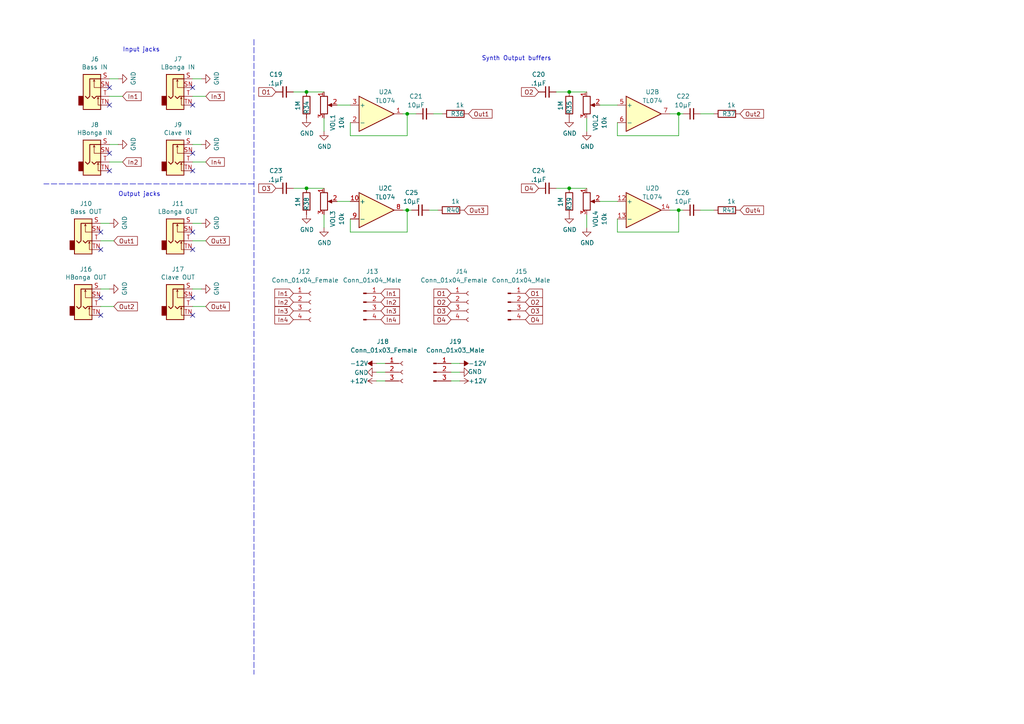
<source format=kicad_sch>
(kicad_sch (version 20211123) (generator eeschema)
  (paper "A4")
  (lib_symbols
    (symbol "Amplifier_Operational:TL074" (pin_names (offset 0.127))
      (property "Reference" "U" (at 0 5.08 0))
      (property "Value" "TL074" (at 0 -5.08 0))
      (symbol "TL074_1_1"
        (polyline (pts (xy -5.08 5.08) (xy 5.08 0) (xy -5.08 -5.08) (xy -5.08 5.08)) (stroke (width 0.254)) (fill (type background)))
        (pin output line (at 7.62 0 180) (length 2.54) (name "~") (number "1"))
        (pin input line (at -7.62 -2.54 0) (length 2.54) (name "-") (number "2"))
        (pin input line (at -7.62 2.54 0) (length 2.54) (name "+") (number "3"))
      )
      (symbol "TL074_2_1"
        (polyline (pts (xy -5.08 5.08) (xy 5.08 0) (xy -5.08 -5.08) (xy -5.08 5.08)) (stroke (width 0.254)) (fill (type background)))
        (pin input line (at -7.62 2.54 0) (length 2.54) (name "+") (number "5"))
        (pin input line (at -7.62 -2.54 0) (length 2.54) (name "-") (number "6"))
        (pin output line (at 7.62 0 180) (length 2.54) (name "~") (number "7"))
      )
      (symbol "TL074_3_1"
        (polyline (pts (xy -5.08 5.08) (xy 5.08 0) (xy -5.08 -5.08) (xy -5.08 5.08)) (stroke (width 0.254)) (fill (type background)))
        (pin input line (at -7.62 2.54 0) (length 2.54) (name "+") (number "10"))
        (pin output line (at 7.62 0 180) (length 2.54) (name "~") (number "8"))
        (pin input line (at -7.62 -2.54 0) (length 2.54) (name "-") (number "9"))
      )
      (symbol "TL074_4_1"
        (polyline (pts (xy -5.08 5.08) (xy 5.08 0) (xy -5.08 -5.08) (xy -5.08 5.08)) (stroke (width 0.254)) (fill (type background)))
        (pin input line (at -7.62 2.54 0) (length 2.54) (name "+") (number "12"))
        (pin input line (at -7.62 -2.54 0) (length 2.54) (name "-") (number "13"))
        (pin output line (at 7.62 0 180) (length 2.54) (name "~") (number "14"))
      )
      (symbol "TL074_5_1"
        (pin power_in line (at -2.54 -7.62 90) (length 3.81) (name "V-") (number "11"))
        (pin power_in line (at -2.54 7.62 270) (length 3.81) (name "V+") (number "4"))
      )
    )
    (symbol "Connector:AudioJack2_Switch"
      (property "Reference" "J" (at 0 11.43 0))
      (property "Value" "AudioJack2_Switch" (at 0 8.89 0))
      (symbol "AudioJack2_Switch_0_1"
        (rectangle (start -2.54 0) (end -3.81 -2.54) (stroke (width 0.254)) (fill (type outline)))
        (rectangle (start 2.54 6.35) (end -2.54 -3.81) (stroke (width 0.254)) (fill (type background)))
      )
      (symbol "AudioJack2_Switch_1_1"
        (polyline (pts (xy 0.635 4.826) (xy 0.889 4.318)))
        (polyline (pts (xy 1.778 -0.254) (xy 2.032 -0.762)))
        (polyline (pts (xy 0 0) (xy 0.635 -0.635) (xy 1.27 0) (xy 2.54 0)) (stroke (width 0.254)))
        (polyline (pts (xy 2.54 -2.54) (xy 1.778 -2.54) (xy 1.778 -0.254) (xy 1.524 -0.762)))
        (polyline (pts (xy 2.54 2.54) (xy 0.635 2.54) (xy 0.635 4.826) (xy 0.381 4.318)))
        (polyline (pts (xy 2.54 5.08) (xy -0.635 5.08) (xy -0.635 0) (xy -1.27 -0.635) (xy -1.905 0)) (stroke (width 0.254)))
        (pin passive line (at 5.08 5.08 180) (length 2.54) (name "~") (number "S"))
        (pin passive line (at 5.08 2.54 180) (length 2.54) (name "~") (number "SN"))
        (pin passive line (at 5.08 0 180) (length 2.54) (name "~") (number "T"))
        (pin passive line (at 5.08 -2.54 180) (length 2.54) (name "~") (number "TN"))
      )
    )
    (symbol "Connector:Conn_01x03_Female" (pin_names (offset 1.016) hide)
      (property "Reference" "J" (at 0 5.08 0))
      (property "Value" "Conn_01x03_Female" (at 0 -5.08 0))
      (symbol "Conn_01x03_Female_1_1"
        (arc (start 0 -2.032) (mid -0.508 -2.54) (end 0 -3.048) (stroke (width 0.1524)))
        (polyline (pts (xy -1.27 -2.54) (xy -0.508 -2.54)) (stroke (width 0.1524)))
        (polyline (pts (xy -1.27 0) (xy -0.508 0)) (stroke (width 0.1524)))
        (polyline (pts (xy -1.27 2.54) (xy -0.508 2.54)) (stroke (width 0.1524)))
        (arc (start 0 0.508) (mid -0.508 0) (end 0 -0.508) (stroke (width 0.1524)))
        (arc (start 0 3.048) (mid -0.508 2.54) (end 0 2.032) (stroke (width 0.1524)))
        (pin passive line (at -5.08 2.54 0) (length 3.81) (name "Pin_1") (number "1"))
        (pin passive line (at -5.08 0 0) (length 3.81) (name "Pin_2") (number "2"))
        (pin passive line (at -5.08 -2.54 0) (length 3.81) (name "Pin_3") (number "3"))
      )
    )
    (symbol "Connector:Conn_01x03_Male" (pin_names (offset 1.016) hide)
      (property "Reference" "J" (at 0 5.08 0))
      (property "Value" "Conn_01x03_Male" (at 0 -5.08 0))
      (symbol "Conn_01x03_Male_1_1"
        (polyline (pts (xy 1.27 -2.54) (xy 0.8636 -2.54)) (stroke (width 0.1524)))
        (polyline (pts (xy 1.27 0) (xy 0.8636 0)) (stroke (width 0.1524)))
        (polyline (pts (xy 1.27 2.54) (xy 0.8636 2.54)) (stroke (width 0.1524)))
        (rectangle (start 0.8636 -2.413) (end 0 -2.667) (stroke (width 0.1524)) (fill (type outline)))
        (rectangle (start 0.8636 0.127) (end 0 -0.127) (stroke (width 0.1524)) (fill (type outline)))
        (rectangle (start 0.8636 2.667) (end 0 2.413) (stroke (width 0.1524)) (fill (type outline)))
        (pin passive line (at 5.08 2.54 180) (length 3.81) (name "Pin_1") (number "1"))
        (pin passive line (at 5.08 0 180) (length 3.81) (name "Pin_2") (number "2"))
        (pin passive line (at 5.08 -2.54 180) (length 3.81) (name "Pin_3") (number "3"))
      )
    )
    (symbol "Connector:Conn_01x04_Female" (pin_names (offset 1.016) hide)
      (property "Reference" "J" (at 0 5.08 0))
      (property "Value" "Conn_01x04_Female" (at 0 -7.62 0))
      (symbol "Conn_01x04_Female_1_1"
        (arc (start 0 -4.572) (mid -0.508 -5.08) (end 0 -5.588) (stroke (width 0.1524)))
        (arc (start 0 -2.032) (mid -0.508 -2.54) (end 0 -3.048) (stroke (width 0.1524)))
        (polyline (pts (xy -1.27 -5.08) (xy -0.508 -5.08)) (stroke (width 0.1524)))
        (polyline (pts (xy -1.27 -2.54) (xy -0.508 -2.54)) (stroke (width 0.1524)))
        (polyline (pts (xy -1.27 0) (xy -0.508 0)) (stroke (width 0.1524)))
        (polyline (pts (xy -1.27 2.54) (xy -0.508 2.54)) (stroke (width 0.1524)))
        (arc (start 0 0.508) (mid -0.508 0) (end 0 -0.508) (stroke (width 0.1524)))
        (arc (start 0 3.048) (mid -0.508 2.54) (end 0 2.032) (stroke (width 0.1524)))
        (pin passive line (at -5.08 2.54 0) (length 3.81) (name "Pin_1") (number "1"))
        (pin passive line (at -5.08 0 0) (length 3.81) (name "Pin_2") (number "2"))
        (pin passive line (at -5.08 -2.54 0) (length 3.81) (name "Pin_3") (number "3"))
        (pin passive line (at -5.08 -5.08 0) (length 3.81) (name "Pin_4") (number "4"))
      )
    )
    (symbol "Connector:Conn_01x04_Male" (pin_names (offset 1.016) hide)
      (property "Reference" "J" (at 0 5.08 0))
      (property "Value" "Conn_01x04_Male" (at 0 -7.62 0))
      (symbol "Conn_01x04_Male_1_1"
        (polyline (pts (xy 1.27 -5.08) (xy 0.8636 -5.08)) (stroke (width 0.1524)))
        (polyline (pts (xy 1.27 -2.54) (xy 0.8636 -2.54)) (stroke (width 0.1524)))
        (polyline (pts (xy 1.27 0) (xy 0.8636 0)) (stroke (width 0.1524)))
        (polyline (pts (xy 1.27 2.54) (xy 0.8636 2.54)) (stroke (width 0.1524)))
        (rectangle (start 0.8636 -4.953) (end 0 -5.207) (stroke (width 0.1524)) (fill (type outline)))
        (rectangle (start 0.8636 -2.413) (end 0 -2.667) (stroke (width 0.1524)) (fill (type outline)))
        (rectangle (start 0.8636 0.127) (end 0 -0.127) (stroke (width 0.1524)) (fill (type outline)))
        (rectangle (start 0.8636 2.667) (end 0 2.413) (stroke (width 0.1524)) (fill (type outline)))
        (pin passive line (at 5.08 2.54 180) (length 3.81) (name "Pin_1") (number "1"))
        (pin passive line (at 5.08 0 180) (length 3.81) (name "Pin_2") (number "2"))
        (pin passive line (at 5.08 -2.54 180) (length 3.81) (name "Pin_3") (number "3"))
        (pin passive line (at 5.08 -5.08 180) (length 3.81) (name "Pin_4") (number "4"))
      )
    )
    (symbol "Device:C_Small" (pin_numbers hide) (pin_names (offset 0.254) hide)
      (property "Reference" "C" (at 0.254 1.778 0))
      (property "Value" "C_Small" (at 0.254 -2.032 0))
      (symbol "C_Small_0_1"
        (polyline (pts (xy -1.524 -0.508) (xy 1.524 -0.508)) (stroke (width 0.3302)))
        (polyline (pts (xy -1.524 0.508) (xy 1.524 0.508)) (stroke (width 0.3048)))
      )
      (symbol "C_Small_1_1"
        (pin passive line (at 0 2.54 270) (length 2.032) (name "~") (number "1"))
        (pin passive line (at 0 -2.54 90) (length 2.032) (name "~") (number "2"))
      )
    )
    (symbol "Device:R" (pin_numbers hide) (pin_names (offset 0))
      (property "Reference" "R" (at 2.032 0 90))
      (property "Value" "R" (at 0 0 90))
      (symbol "R_0_1"
        (rectangle (start -1.016 -2.54) (end 1.016 2.54) (stroke (width 0.254)))
      )
      (symbol "R_1_1"
        (pin passive line (at 0 3.81 270) (length 1.27) (name "~") (number "1"))
        (pin passive line (at 0 -3.81 90) (length 1.27) (name "~") (number "2"))
      )
    )
    (symbol "Device:R_POT" (pin_names (offset 1.016) hide)
      (property "Reference" "RV" (at -4.445 0 90))
      (property "Value" "Device_R_POT" (at -2.54 0 90))
      (symbol "R_POT_0_1"
        (polyline (pts (xy 2.54 0) (xy 1.524 0)))
        (polyline (pts (xy 1.143 0) (xy 2.286 0.508) (xy 2.286 -0.508) (xy 1.143 0)) (fill (type outline)))
        (rectangle (start 1.016 2.54) (end -1.016 -2.54) (stroke (width 0.254)))
      )
      (symbol "R_POT_1_1"
        (pin passive line (at 0 3.81 270) (length 1.27) (name "1") (number "1"))
        (pin passive line (at 3.81 0 180) (length 1.27) (name "2") (number "2"))
        (pin passive line (at 0 -3.81 90) (length 1.27) (name "3") (number "3"))
      )
    )
    (symbol "power:+12V" (power) (pin_names (offset 0))
      (property "Value" "+12V" (at 0 3.556 0))
      (symbol "+12V_0_1"
        (polyline (pts (xy -0.762 1.27) (xy 0 2.54)))
        (polyline (pts (xy 0 0) (xy 0 2.54)))
        (polyline (pts (xy 0 2.54) (xy 0.762 1.27)))
      )
      (symbol "+12V_1_1"
        (pin power_in line (at 0 0 90) (length 0) hide (name "+12V") (number "1"))
      )
    )
    (symbol "power:-12V" (power) (pin_names (offset 0))
      (property "Value" "-12V" (at 0 3.81 0))
      (symbol "-12V_0_0"
        (pin power_in line (at 0 0 90) (length 0) hide (name "-12V") (number "1"))
      )
      (symbol "-12V_0_1"
        (polyline (pts (xy 0 0) (xy 0 1.27) (xy 0.762 1.27) (xy 0 2.54) (xy -0.762 1.27) (xy 0 1.27)) (fill (type outline)))
      )
    )
    (symbol "power:GND" (power) (pin_names (offset 0))
      (property "Value" "GND" (at 0 -3.81 0))
      (symbol "GND_0_1"
        (polyline (pts (xy 0 0) (xy 0 -1.27) (xy 1.27 -1.27) (xy 0 -2.54) (xy -1.27 -1.27) (xy 0 -1.27)))
      )
      (symbol "GND_1_1"
        (pin power_in line (at 0 0 270) (length 0) hide (name "GND") (number "1"))
      )
    )
  )
  (junction (at 196.85 60.96))
  (junction (at 88.9 26.67))
  (junction (at 118.11 60.96))
  (junction (at 196.85 33.02))
  (junction (at 165.1 54.61))
  (junction (at 165.1 26.67))
  (junction (at 88.9 54.61))
  (junction (at 118.11 33.02))
  (no_connect (at 55.88 86.36))
  (no_connect (at 55.88 67.31))
  (no_connect (at 31.75 49.53))
  (no_connect (at 31.75 44.45))
  (no_connect (at 55.88 49.53))
  (no_connect (at 29.21 91.44))
  (no_connect (at 29.21 72.39))
  (no_connect (at 31.75 30.48))
  (no_connect (at 55.88 30.48))
  (no_connect (at 55.88 25.4))
  (no_connect (at 55.88 72.39))
  (no_connect (at 55.88 44.45))
  (no_connect (at 29.21 86.36))
  (no_connect (at 29.21 67.31))
  (no_connect (at 55.88 91.44))
  (no_connect (at 31.75 25.4))
  (wire (pts (xy 88.9 26.67) (xy 93.98 26.67)))
  (wire (pts (xy 196.85 60.96) (xy 198.12 60.96)))
  (wire (pts (xy 173.99 30.48) (xy 179.07 30.48)))
  (wire (pts (xy 179.07 67.31) (xy 196.85 67.31)))
  (wire (pts (xy 31.75 41.91) (xy 34.29 41.91)))
  (wire (pts (xy 59.69 27.94) (xy 55.88 27.94)))
  (wire (pts (xy 161.29 54.61) (xy 165.1 54.61)))
  (wire (pts (xy 170.18 62.23) (xy 170.18 66.04)))
  (wire (pts (xy 55.88 83.82) (xy 58.42 83.82)))
  (wire (pts (xy 130.81 107.95) (xy 133.35 107.95)))
  (polyline (pts (xy 73.66 53.34) (xy 12.7 53.34)))
  (wire (pts (xy 109.22 110.49) (xy 111.76 110.49)))
  (polyline (pts (xy 73.66 11.43) (xy 73.66 195.58)))
  (wire (pts (xy 55.88 41.91) (xy 58.42 41.91)))
  (wire (pts (xy 170.18 34.29) (xy 170.18 38.1)))
  (wire (pts (xy 88.9 54.61) (xy 93.98 54.61)))
  (wire (pts (xy 101.6 67.31) (xy 101.6 63.5)))
  (wire (pts (xy 203.2 60.96) (xy 207.01 60.96)))
  (wire (pts (xy 35.56 46.99) (xy 31.75 46.99)))
  (wire (pts (xy 194.31 33.02) (xy 196.85 33.02)))
  (wire (pts (xy 118.11 60.96) (xy 119.38 60.96)))
  (wire (pts (xy 29.21 64.77) (xy 31.75 64.77)))
  (wire (pts (xy 124.46 60.96) (xy 127 60.96)))
  (wire (pts (xy 59.69 46.99) (xy 55.88 46.99)))
  (wire (pts (xy 118.11 33.02) (xy 120.65 33.02)))
  (wire (pts (xy 194.31 60.96) (xy 196.85 60.96)))
  (wire (pts (xy 97.79 58.42) (xy 101.6 58.42)))
  (wire (pts (xy 93.98 34.29) (xy 93.98 38.1)))
  (wire (pts (xy 109.22 105.41) (xy 111.76 105.41)))
  (wire (pts (xy 130.81 110.49) (xy 133.35 110.49)))
  (wire (pts (xy 165.1 26.67) (xy 170.18 26.67)))
  (wire (pts (xy 55.88 22.86) (xy 58.42 22.86)))
  (wire (pts (xy 59.69 69.85) (xy 55.88 69.85)))
  (wire (pts (xy 85.09 54.61) (xy 88.9 54.61)))
  (wire (pts (xy 165.1 54.61) (xy 170.18 54.61)))
  (wire (pts (xy 93.98 62.23) (xy 93.98 66.04)))
  (wire (pts (xy 101.6 39.37) (xy 101.6 35.56)))
  (wire (pts (xy 33.02 69.85) (xy 29.21 69.85)))
  (wire (pts (xy 109.22 107.95) (xy 111.76 107.95)))
  (wire (pts (xy 33.02 88.9) (xy 29.21 88.9)))
  (wire (pts (xy 97.79 30.48) (xy 101.6 30.48)))
  (wire (pts (xy 179.07 39.37) (xy 179.07 35.56)))
  (wire (pts (xy 196.85 67.31) (xy 196.85 60.96)))
  (wire (pts (xy 101.6 39.37) (xy 118.11 39.37)))
  (wire (pts (xy 31.75 22.86) (xy 34.29 22.86)))
  (wire (pts (xy 203.2 33.02) (xy 207.01 33.02)))
  (wire (pts (xy 130.81 105.41) (xy 133.35 105.41)))
  (wire (pts (xy 118.11 33.02) (xy 118.11 39.37)))
  (wire (pts (xy 55.88 64.77) (xy 58.42 64.77)))
  (wire (pts (xy 161.29 26.67) (xy 165.1 26.67)))
  (wire (pts (xy 173.99 58.42) (xy 179.07 58.42)))
  (wire (pts (xy 116.84 33.02) (xy 118.11 33.02)))
  (wire (pts (xy 29.21 83.82) (xy 31.75 83.82)))
  (wire (pts (xy 125.73 33.02) (xy 128.27 33.02)))
  (wire (pts (xy 118.11 60.96) (xy 118.11 67.31)))
  (wire (pts (xy 196.85 39.37) (xy 196.85 33.02)))
  (wire (pts (xy 59.69 88.9) (xy 55.88 88.9)))
  (wire (pts (xy 85.09 26.67) (xy 88.9 26.67)))
  (wire (pts (xy 101.6 67.31) (xy 118.11 67.31)))
  (wire (pts (xy 35.56 27.94) (xy 31.75 27.94)))
  (wire (pts (xy 196.85 33.02) (xy 198.12 33.02)))
  (wire (pts (xy 116.84 60.96) (xy 118.11 60.96)))
  (wire (pts (xy 179.07 67.31) (xy 179.07 63.5)))
  (wire (pts (xy 179.07 39.37) (xy 196.85 39.37)))
  (text "Synth Output buffers" (at 139.7 17.78 0) (effects (font (size 1.27 1.27)) (justify left bottom)))
  (text "Input jacks" (at 35.56 15.24 0) (effects (font (size 1.27 1.27)) (justify left bottom)))
  (text "Output jacks" (at 34.29 57.15 0) (effects (font (size 1.27 1.27)) (justify left bottom)))
  (global_label "In2" (shape input) (at 85.09 87.63 180) (property "Intersheet References" "${INTERSHEET_REFS}" (effects hide)))
  (global_label "O3" (shape input) (at 80.01 54.61 180) (property "Intersheet References" "${INTERSHEET_REFS}" (effects hide)))
  (global_label "O3" (shape input) (at 152.4 90.17 0) (property "Intersheet References" "${INTERSHEET_REFS}" (effects hide)))
  (global_label "In1" (shape input) (at 110.49 85.09 0) (property "Intersheet References" "${INTERSHEET_REFS}" (effects hide)))
  (global_label "Out1" (shape input) (at 135.89 33.02 0) (property "Intersheet References" "${INTERSHEET_REFS}" (effects hide)))
  (global_label "Out3" (shape input) (at 59.69 69.85 0) (property "Intersheet References" "${INTERSHEET_REFS}" (effects hide)))
  (global_label "Out1" (shape input) (at 33.02 69.85 0) (property "Intersheet References" "${INTERSHEET_REFS}" (effects hide)))
  (global_label "In4" (shape input) (at 59.69 46.99 0) (property "Intersheet References" "${INTERSHEET_REFS}" (effects hide)))
  (global_label "O2" (shape input) (at 130.81 87.63 180) (property "Intersheet References" "${INTERSHEET_REFS}" (effects hide)))
  (global_label "O4" (shape input) (at 152.4 92.71 0) (property "Intersheet References" "${INTERSHEET_REFS}" (effects hide)))
  (global_label "In2" (shape input) (at 110.49 87.63 0) (property "Intersheet References" "${INTERSHEET_REFS}" (effects hide)))
  (global_label "In3" (shape input) (at 59.69 27.94 0) (property "Intersheet References" "${INTERSHEET_REFS}" (effects hide)))
  (global_label "O2" (shape input) (at 152.4 87.63 0) (property "Intersheet References" "${INTERSHEET_REFS}" (effects hide)))
  (global_label "O2" (shape input) (at 156.21 26.67 180) (property "Intersheet References" "${INTERSHEET_REFS}" (effects hide)))
  (global_label "Out3" (shape input) (at 134.62 60.96 0) (property "Intersheet References" "${INTERSHEET_REFS}" (effects hide)))
  (global_label "O3" (shape input) (at 130.81 90.17 180) (property "Intersheet References" "${INTERSHEET_REFS}" (effects hide)))
  (global_label "Out2" (shape input) (at 33.02 88.9 0) (property "Intersheet References" "${INTERSHEET_REFS}" (effects hide)))
  (global_label "Out4" (shape input) (at 214.63 60.96 0) (property "Intersheet References" "${INTERSHEET_REFS}" (effects hide)))
  (global_label "O4" (shape input) (at 156.21 54.61 180) (property "Intersheet References" "${INTERSHEET_REFS}" (effects hide)))
  (global_label "In2" (shape input) (at 35.56 46.99 0) (property "Intersheet References" "${INTERSHEET_REFS}" (effects hide)))
  (global_label "In1" (shape input) (at 85.09 85.09 180) (property "Intersheet References" "${INTERSHEET_REFS}" (effects hide)))
  (global_label "Out4" (shape input) (at 59.69 88.9 0) (property "Intersheet References" "${INTERSHEET_REFS}" (effects hide)))
  (global_label "O1" (shape input) (at 152.4 85.09 0) (property "Intersheet References" "${INTERSHEET_REFS}" (effects hide)))
  (global_label "In1" (shape input) (at 35.56 27.94 0) (property "Intersheet References" "${INTERSHEET_REFS}" (effects hide)))
  (global_label "In3" (shape input) (at 85.09 90.17 180) (property "Intersheet References" "${INTERSHEET_REFS}" (effects hide)))
  (global_label "In4" (shape input) (at 110.49 92.71 0) (property "Intersheet References" "${INTERSHEET_REFS}" (effects hide)))
  (global_label "O1" (shape input) (at 130.81 85.09 180) (property "Intersheet References" "${INTERSHEET_REFS}" (effects hide)))
  (global_label "O1" (shape input) (at 80.01 26.67 180) (property "Intersheet References" "${INTERSHEET_REFS}" (effects hide)))
  (global_label "Out2" (shape input) (at 214.63 33.02 0) (property "Intersheet References" "${INTERSHEET_REFS}" (effects hide)))
  (global_label "O4" (shape input) (at 130.81 92.71 180) (property "Intersheet References" "${INTERSHEET_REFS}" (effects hide)))
  (global_label "In4" (shape input) (at 85.09 92.71 180) (property "Intersheet References" "${INTERSHEET_REFS}" (effects hide)))
  (global_label "In3" (shape input) (at 110.49 90.17 0) (property "Intersheet References" "${INTERSHEET_REFS}" (effects hide)))
  (symbol (lib_id "Connector:AudioJack2_Switch") (at 26.67 27.94 0) (unit 1)
    (property "Reference" "J6" (at 27.4828 17.145 0))
    (property "Value" "Bass IN" (at 27.4828 19.4564 0))
    (property "Footprint" "Connector_Audio:Jack_3.5mm_QingPu_WQP-PJ398SM_Vertical_CircularHoles" (effects hide))
  )
  (symbol (lib_id "power:GND") (at 34.29 22.86 90) (unit 1)
    (property "Reference" "#PWR025" (effects hide))
    (property "Value" "GND" (at 38.6842 22.733 0))
  )
  (symbol (lib_id "Connector:AudioJack2_Switch") (at 26.67 46.99 0) (unit 1)
    (property "Reference" "J8" (at 27.4828 36.195 0))
    (property "Value" "HBonga IN" (at 27.4828 38.5064 0))
    (property "Footprint" "Connector_Audio:Jack_3.5mm_QingPu_WQP-PJ398SM_Vertical_CircularHoles" (effects hide))
  )
  (symbol (lib_id "power:GND") (at 34.29 41.91 90) (unit 1)
    (property "Reference" "#PWR031" (effects hide))
    (property "Value" "GND" (at 38.6842 41.783 0))
  )
  (symbol (lib_id "Connector:AudioJack2_Switch") (at 50.8 27.94 0) (unit 1)
    (property "Reference" "J7" (at 51.6128 17.145 0))
    (property "Value" "LBonga IN" (at 51.6128 19.4564 0))
    (property "Footprint" "Connector_Audio:Jack_3.5mm_QingPu_WQP-PJ398SM_Vertical_CircularHoles" (effects hide))
  )
  (symbol (lib_id "power:GND") (at 58.42 22.86 90) (unit 1)
    (property "Reference" "#PWR026" (effects hide))
    (property "Value" "GND" (at 62.8142 22.733 0))
  )
  (symbol (lib_id "Connector:AudioJack2_Switch") (at 50.8 46.99 0) (unit 1)
    (property "Reference" "J9" (at 51.6128 36.195 0))
    (property "Value" "Clave IN" (at 51.6128 38.5064 0))
    (property "Footprint" "Connector_Audio:Jack_3.5mm_QingPu_WQP-PJ398SM_Vertical_CircularHoles" (effects hide))
  )
  (symbol (lib_id "power:GND") (at 58.42 41.91 90) (unit 1)
    (property "Reference" "#PWR032" (effects hide))
    (property "Value" "GND" (at 62.8142 41.783 0))
  )
  (symbol (lib_id "Device:R") (at 130.81 60.96 270) (unit 1)
    (property "Reference" "R40" (at 133.35 60.96 90) (effects (justify right)))
    (property "Value" "1k" (at 133.35 58.42 90) (effects (justify right)))
    (property "Footprint" "Resistor_THT:R_Axial_DIN0207_L6.3mm_D2.5mm_P10.16mm_Horizontal" (effects hide))
  )
  (symbol (lib_id "Device:C_Small") (at 123.19 33.02 90) (unit 1)
    (property "Reference" "C21" (at 120.65 27.94 90))
    (property "Value" "10µF" (at 120.65 30.48 90))
    (property "Footprint" "Capacitor_THT:C_Disc_D7.0mm_W2.5mm_P5.00mm" (effects hide))
  )
  (symbol (lib_id "Amplifier_Operational:TL074") (at 109.22 33.02 0) (unit 1)
    (property "Reference" "U2" (at 111.76 26.67 0))
    (property "Value" "TL074" (at 111.76 29.21 0))
    (property "Footprint" "Package_DIP:DIP-14_W7.62mm_Socket" (effects hide))
    (property "Datasheet" "http://www.ti.com/lit/ds/symlink/tl071.pdf" (effects hide))
  )
  (symbol (lib_id "Amplifier_Operational:TL074") (at 186.69 33.02 0) (unit 2)
    (property "Reference" "U2" (at 189.23 26.67 0))
    (property "Value" "TL074" (at 189.23 29.21 0))
    (property "Footprint" "Package_DIP:DIP-14_W7.62mm_Socket" (effects hide))
    (property "Datasheet" "http://www.ti.com/lit/ds/symlink/tl071.pdf" (effects hide))
  )
  (symbol (lib_id "Amplifier_Operational:TL074") (at 109.22 60.96 0) (unit 3)
    (property "Reference" "U2" (at 111.76 54.61 0))
    (property "Value" "TL074" (at 111.76 57.15 0))
    (property "Footprint" "Package_DIP:DIP-14_W7.62mm_Socket" (effects hide))
    (property "Datasheet" "http://www.ti.com/lit/ds/symlink/tl071.pdf" (effects hide))
  )
  (symbol (lib_id "Amplifier_Operational:TL074") (at 186.69 60.96 0) (unit 4)
    (property "Reference" "U2" (at 189.23 54.61 0))
    (property "Value" "TL074" (at 189.23 57.15 0))
    (property "Footprint" "Package_DIP:DIP-14_W7.62mm_Socket" (effects hide))
    (property "Datasheet" "http://www.ti.com/lit/ds/symlink/tl071.pdf" (effects hide))
  )
  (symbol (lib_id "Device:C_Small") (at 82.55 54.61 90) (unit 1)
    (property "Reference" "C23" (at 80.01 49.53 90))
    (property "Value" ".1µF" (at 80.01 52.07 90))
    (property "Footprint" "Capacitor_THT:C_Disc_D7.0mm_W2.5mm_P5.00mm" (effects hide))
  )
  (symbol (lib_id "Device:R") (at 88.9 58.42 0) (unit 1)
    (property "Reference" "R38" (at 88.9 57.15 90) (effects (justify right)))
    (property "Value" "1M" (at 86.36 57.15 90) (effects (justify right)))
    (property "Footprint" "Resistor_THT:R_Axial_DIN0207_L6.3mm_D2.5mm_P10.16mm_Horizontal" (effects hide))
  )
  (symbol (lib_id "power:GND") (at 88.9 62.23 0) (unit 1)
    (property "Reference" "#PWR033" (effects hide))
    (property "Value" "GND" (at 89.027 66.6242 0))
  )
  (symbol (lib_id "Device:R_POT") (at 93.98 58.42 0) (unit 1)
    (property "Reference" "VOL3" (at 96.52 63.5 90))
    (property "Value" "10k" (at 99.06 63.5 90))
    (property "Footprint" "Potentiometer_THT:Potentiometer_Bourns_PTV09A-1_Single_Vertical" (effects hide))
  )
  (symbol (lib_id "Device:R_POT") (at 170.18 30.48 0) (unit 1)
    (property "Reference" "VOL2" (at 172.72 35.56 90))
    (property "Value" "10k" (at 175.26 35.56 90))
    (property "Footprint" "Potentiometer_THT:Potentiometer_Bourns_PTV09A-1_Single_Vertical" (effects hide))
  )
  (symbol (lib_id "Device:R_POT") (at 170.18 58.42 0) (unit 1)
    (property "Reference" "VOL4" (at 172.72 63.5 90))
    (property "Value" "10k" (at 175.26 63.5 90))
    (property "Footprint" "Potentiometer_THT:Potentiometer_Bourns_PTV09A-1_Single_Vertical" (effects hide))
  )
  (symbol (lib_id "Device:C_Small") (at 158.75 54.61 90) (unit 1)
    (property "Reference" "C24" (at 156.21 49.53 90))
    (property "Value" ".1µF" (at 156.21 52.07 90))
    (property "Footprint" "Capacitor_THT:C_Disc_D7.0mm_W2.5mm_P5.00mm" (effects hide))
  )
  (symbol (lib_id "Device:R") (at 165.1 58.42 0) (unit 1)
    (property "Reference" "R39" (at 165.1 57.15 90) (effects (justify right)))
    (property "Value" "1M" (at 162.56 57.15 90) (effects (justify right)))
    (property "Footprint" "Resistor_THT:R_Axial_DIN0207_L6.3mm_D2.5mm_P10.16mm_Horizontal" (effects hide))
  )
  (symbol (lib_id "power:GND") (at 165.1 62.23 0) (unit 1)
    (property "Reference" "#PWR034" (effects hide))
    (property "Value" "GND" (at 165.227 66.6242 0))
  )
  (symbol (lib_id "Device:C_Small") (at 158.75 26.67 90) (unit 1)
    (property "Reference" "C20" (at 156.21 21.59 90))
    (property "Value" ".1µF" (at 156.21 24.13 90))
    (property "Footprint" "Capacitor_THT:C_Disc_D7.0mm_W2.5mm_P5.00mm" (effects hide))
  )
  (symbol (lib_id "Device:R") (at 165.1 30.48 0) (unit 1)
    (property "Reference" "R35" (at 165.1 29.21 90) (effects (justify right)))
    (property "Value" "1M" (at 162.56 29.21 90) (effects (justify right)))
    (property "Footprint" "Resistor_THT:R_Axial_DIN0207_L6.3mm_D2.5mm_P10.16mm_Horizontal" (effects hide))
  )
  (symbol (lib_id "power:GND") (at 165.1 34.29 0) (unit 1)
    (property "Reference" "#PWR028" (effects hide))
    (property "Value" "GND" (at 165.227 38.6842 0))
  )
  (symbol (lib_id "Device:C_Small") (at 82.55 26.67 90) (unit 1)
    (property "Reference" "C19" (at 80.01 21.59 90))
    (property "Value" ".1µF" (at 80.01 24.13 90))
    (property "Footprint" "Capacitor_THT:C_Disc_D7.0mm_W2.5mm_P5.00mm" (effects hide))
  )
  (symbol (lib_id "Device:R") (at 88.9 30.48 0) (unit 1)
    (property "Reference" "R34" (at 88.9 29.21 90) (effects (justify right)))
    (property "Value" "1M" (at 86.36 29.21 90) (effects (justify right)))
    (property "Footprint" "Resistor_THT:R_Axial_DIN0207_L6.3mm_D2.5mm_P10.16mm_Horizontal" (effects hide))
  )
  (symbol (lib_id "power:GND") (at 88.9 34.29 0) (unit 1)
    (property "Reference" "#PWR027" (effects hide))
    (property "Value" "GND" (at 89.027 38.6842 0))
  )
  (symbol (lib_id "power:GND") (at 93.98 66.04 0) (unit 1)
    (property "Reference" "#PWR037" (effects hide))
    (property "Value" "GND" (at 94.107 70.4342 0))
  )
  (symbol (lib_id "Device:R_POT") (at 93.98 30.48 0) (unit 1)
    (property "Reference" "VOL1" (at 96.52 35.56 90))
    (property "Value" "10k" (at 99.06 35.56 90))
    (property "Footprint" "Potentiometer_THT:Potentiometer_Bourns_PTV09A-1_Single_Vertical" (effects hide))
  )
  (symbol (lib_id "power:GND") (at 93.98 38.1 0) (unit 1)
    (property "Reference" "#PWR029" (effects hide))
    (property "Value" "GND" (at 94.107 42.4942 0))
  )
  (symbol (lib_id "Connector:AudioJack2_Switch") (at 24.13 69.85 0) (unit 1)
    (property "Reference" "J10" (at 24.9428 59.055 0))
    (property "Value" "Bass OUT" (at 24.9428 61.3664 0))
    (property "Footprint" "Connector_Audio:Jack_3.5mm_QingPu_WQP-PJ398SM_Vertical_CircularHoles" (effects hide))
  )
  (symbol (lib_id "power:GND") (at 31.75 64.77 90) (unit 1)
    (property "Reference" "#PWR035" (effects hide))
    (property "Value" "GND" (at 36.1442 64.643 0))
  )
  (symbol (lib_id "Connector:AudioJack2_Switch") (at 24.13 88.9 0) (unit 1)
    (property "Reference" "J16" (at 24.9428 78.105 0))
    (property "Value" "HBonga OUT" (at 24.9428 80.4164 0))
    (property "Footprint" "Connector_Audio:Jack_3.5mm_QingPu_WQP-PJ398SM_Vertical_CircularHoles" (effects hide))
  )
  (symbol (lib_id "power:GND") (at 31.75 83.82 90) (unit 1)
    (property "Reference" "#PWR039" (effects hide))
    (property "Value" "GND" (at 36.1442 83.693 0))
  )
  (symbol (lib_id "Connector:AudioJack2_Switch") (at 50.8 69.85 0) (unit 1)
    (property "Reference" "J11" (at 51.6128 59.055 0))
    (property "Value" "LBonga OUT" (at 51.6128 61.3664 0))
    (property "Footprint" "Connector_Audio:Jack_3.5mm_QingPu_WQP-PJ398SM_Vertical_CircularHoles" (effects hide))
  )
  (symbol (lib_id "power:GND") (at 58.42 64.77 90) (unit 1)
    (property "Reference" "#PWR036" (effects hide))
    (property "Value" "GND" (at 62.8142 64.643 0))
  )
  (symbol (lib_id "Connector:AudioJack2_Switch") (at 50.8 88.9 0) (unit 1)
    (property "Reference" "J17" (at 51.6128 78.105 0))
    (property "Value" "Clave OUT" (at 51.6128 80.4164 0))
    (property "Footprint" "Connector_Audio:Jack_3.5mm_QingPu_WQP-PJ398SM_Vertical_CircularHoles" (effects hide))
  )
  (symbol (lib_id "power:GND") (at 58.42 83.82 90) (unit 1)
    (property "Reference" "#PWR040" (effects hide))
    (property "Value" "GND" (at 62.8142 83.693 0))
  )
  (symbol (lib_id "power:GND") (at 170.18 66.04 0) (unit 1)
    (property "Reference" "#PWR038" (effects hide))
    (property "Value" "GND" (at 170.307 70.4342 0))
  )
  (symbol (lib_id "power:GND") (at 170.18 38.1 0) (unit 1)
    (property "Reference" "#PWR030" (effects hide))
    (property "Value" "GND" (at 170.307 42.4942 0))
  )
  (symbol (lib_id "Device:C_Small") (at 200.66 33.02 90) (unit 1)
    (property "Reference" "C22" (at 198.12 27.94 90))
    (property "Value" "10µF" (at 198.12 30.48 90))
    (property "Footprint" "Capacitor_THT:C_Disc_D7.0mm_W2.5mm_P5.00mm" (effects hide))
  )
  (symbol (lib_id "Device:C_Small") (at 121.92 60.96 90) (unit 1)
    (property "Reference" "C25" (at 119.38 55.88 90))
    (property "Value" "10µF" (at 119.38 58.42 90))
    (property "Footprint" "Capacitor_THT:C_Disc_D7.0mm_W2.5mm_P5.00mm" (effects hide))
  )
  (symbol (lib_id "Device:C_Small") (at 200.66 60.96 90) (unit 1)
    (property "Reference" "C26" (at 198.12 55.88 90))
    (property "Value" "10µF" (at 198.12 58.42 90))
    (property "Footprint" "Capacitor_THT:C_Disc_D7.0mm_W2.5mm_P5.00mm" (effects hide))
  )
  (symbol (lib_id "Connector:Conn_01x04_Female") (at 135.89 87.63 0) (unit 1)
    (property "Reference" "J14" (at 132.08 78.74 0) (effects (justify left)))
    (property "Value" "Conn_01x04_Female" (at 121.92 81.28 0) (effects (justify left)))
    (property "Footprint" "Connector_PinSocket_2.54mm:PinSocket_1x04_P2.54mm_Vertical" (effects hide))
  )
  (symbol (lib_id "Connector:Conn_01x04_Male") (at 147.32 87.63 0) (unit 1)
    (property "Reference" "J15" (at 151.13 78.74 0))
    (property "Value" "Conn_01x04_Male" (at 151.13 81.28 0))
    (property "Footprint" "Connector_PinHeader_2.54mm:PinHeader_1x04_P2.54mm_Vertical" (effects hide))
  )
  (symbol (lib_id "Connector:Conn_01x04_Female") (at 90.17 87.63 0) (unit 1)
    (property "Reference" "J12" (at 86.36 78.74 0) (effects (justify left)))
    (property "Value" "Conn_01x04_Female" (at 78.74 81.28 0) (effects (justify left)))
    (property "Footprint" "Connector_PinSocket_2.54mm:PinSocket_1x04_P2.54mm_Vertical" (effects hide))
  )
  (symbol (lib_id "Connector:Conn_01x04_Male") (at 105.41 87.63 0) (unit 1)
    (property "Reference" "J13" (at 107.95 78.74 0))
    (property "Value" "Conn_01x04_Male" (at 107.95 81.28 0))
    (property "Footprint" "Connector_PinHeader_2.54mm:PinHeader_1x04_P2.54mm_Vertical" (effects hide))
  )
  (symbol (lib_id "Device:R") (at 132.08 33.02 270) (unit 1)
    (property "Reference" "R36" (at 134.62 33.02 90) (effects (justify right)))
    (property "Value" "1k" (at 134.62 30.48 90) (effects (justify right)))
    (property "Footprint" "Resistor_THT:R_Axial_DIN0207_L6.3mm_D2.5mm_P10.16mm_Horizontal" (effects hide))
  )
  (symbol (lib_id "Device:R") (at 210.82 33.02 270) (unit 1)
    (property "Reference" "R37" (at 213.36 33.02 90) (effects (justify right)))
    (property "Value" "1k" (at 213.36 30.48 90) (effects (justify right)))
    (property "Footprint" "Resistor_THT:R_Axial_DIN0207_L6.3mm_D2.5mm_P10.16mm_Horizontal" (effects hide))
  )
  (symbol (lib_id "Device:R") (at 210.82 60.96 270) (unit 1)
    (property "Reference" "R41" (at 213.36 60.96 90) (effects (justify right)))
    (property "Value" "1k" (at 213.36 58.42 90) (effects (justify right)))
    (property "Footprint" "Resistor_THT:R_Axial_DIN0207_L6.3mm_D2.5mm_P10.16mm_Horizontal" (effects hide))
  )
  (symbol (lib_id "power:+12V") (at 109.22 110.49 90) (unit 1)
    (property "Reference" "#PWR045" (effects hide))
    (property "Value" "+12V" (at 106.68 110.49 90) (effects (justify left)))
  )
  (symbol (lib_id "Connector:Conn_01x03_Male") (at 125.73 107.95 0) (unit 1)
    (property "Reference" "J19" (at 132.08 99.06 0))
    (property "Value" "Conn_01x03_Male" (at 132.08 101.6 0))
    (property "Footprint" "Connector_PinHeader_2.54mm:PinHeader_1x03_P2.54mm_Vertical" (effects hide))
  )
  (symbol (lib_id "power:+12V") (at 133.35 110.49 270) (unit 1)
    (property "Reference" "#PWR046" (effects hide))
    (property "Value" "+12V" (at 135.89 110.49 90) (effects (justify left)))
  )
  (symbol (lib_id "power:-12V") (at 133.35 105.41 270) (unit 1)
    (property "Reference" "#PWR042" (effects hide))
    (property "Value" "-12V" (at 138.43 105.41 90))
  )
  (symbol (lib_id "power:-12V") (at 109.22 105.41 90) (unit 1)
    (property "Reference" "#PWR041" (effects hide))
    (property "Value" "-12V" (at 104.14 105.41 90))
  )
  (symbol (lib_id "power:GND") (at 109.22 107.95 270) (unit 1)
    (property "Reference" "#PWR043" (effects hide))
    (property "Value" "GND" (at 104.8258 108.077 90))
  )
  (symbol (lib_id "Connector:Conn_01x03_Female") (at 116.84 107.95 0) (unit 1)
    (property "Reference" "J18" (at 109.22 99.06 0) (effects (justify left)))
    (property "Value" "Conn_01x03_Female" (at 101.6 101.6 0) (effects (justify left)))
    (property "Footprint" "Connector_PinSocket_2.54mm:PinSocket_1x03_P2.54mm_Vertical" (effects hide))
  )
  (symbol (lib_id "power:GND") (at 133.35 107.95 90) (unit 1)
    (property "Reference" "#PWR044" (effects hide))
    (property "Value" "GND" (at 137.7442 107.823 90))
  )
)
</source>
